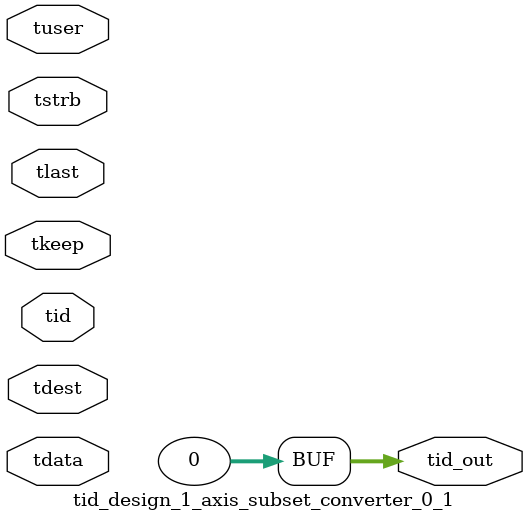
<source format=v>


`timescale 1ps/1ps

module tid_design_1_axis_subset_converter_0_1 #
(
parameter C_S_AXIS_TID_WIDTH   = 1,
parameter C_S_AXIS_TUSER_WIDTH = 0,
parameter C_S_AXIS_TDATA_WIDTH = 0,
parameter C_S_AXIS_TDEST_WIDTH = 0,
parameter C_M_AXIS_TID_WIDTH   = 32
)
(
input  [(C_S_AXIS_TID_WIDTH   == 0 ? 1 : C_S_AXIS_TID_WIDTH)-1:0       ] tid,
input  [(C_S_AXIS_TDATA_WIDTH == 0 ? 1 : C_S_AXIS_TDATA_WIDTH)-1:0     ] tdata,
input  [(C_S_AXIS_TUSER_WIDTH == 0 ? 1 : C_S_AXIS_TUSER_WIDTH)-1:0     ] tuser,
input  [(C_S_AXIS_TDEST_WIDTH == 0 ? 1 : C_S_AXIS_TDEST_WIDTH)-1:0     ] tdest,
input  [(C_S_AXIS_TDATA_WIDTH/8)-1:0 ] tkeep,
input  [(C_S_AXIS_TDATA_WIDTH/8)-1:0 ] tstrb,
input                                                                    tlast,
output [(C_M_AXIS_TID_WIDTH   == 0 ? 1 : C_M_AXIS_TID_WIDTH)-1:0       ] tid_out
);

assign tid_out = {1'b0};

endmodule


</source>
